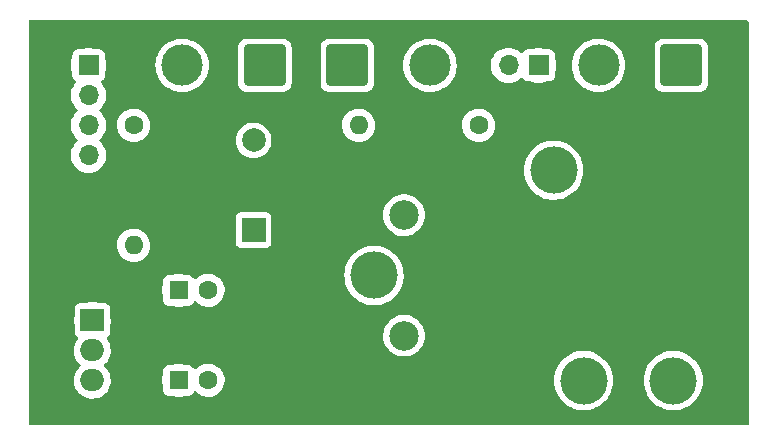
<source format=gbr>
%TF.GenerationSoftware,KiCad,Pcbnew,7.0.10-7.0.10~ubuntu22.04.1*%
%TF.CreationDate,2024-04-02T17:14:39-04:00*%
%TF.ProjectId,ground-test-controller,67726f75-6e64-42d7-9465-73742d636f6e,rev?*%
%TF.SameCoordinates,Original*%
%TF.FileFunction,Copper,L1,Top*%
%TF.FilePolarity,Positive*%
%FSLAX46Y46*%
G04 Gerber Fmt 4.6, Leading zero omitted, Abs format (unit mm)*
G04 Created by KiCad (PCBNEW 7.0.10-7.0.10~ubuntu22.04.1) date 2024-04-02 17:14:39*
%MOMM*%
%LPD*%
G01*
G04 APERTURE LIST*
G04 Aperture macros list*
%AMRoundRect*
0 Rectangle with rounded corners*
0 $1 Rounding radius*
0 $2 $3 $4 $5 $6 $7 $8 $9 X,Y pos of 4 corners*
0 Add a 4 corners polygon primitive as box body*
4,1,4,$2,$3,$4,$5,$6,$7,$8,$9,$2,$3,0*
0 Add four circle primitives for the rounded corners*
1,1,$1+$1,$2,$3*
1,1,$1+$1,$4,$5*
1,1,$1+$1,$6,$7*
1,1,$1+$1,$8,$9*
0 Add four rect primitives between the rounded corners*
20,1,$1+$1,$2,$3,$4,$5,0*
20,1,$1+$1,$4,$5,$6,$7,0*
20,1,$1+$1,$6,$7,$8,$9,0*
20,1,$1+$1,$8,$9,$2,$3,0*%
G04 Aperture macros list end*
%TA.AperFunction,ComponentPad*%
%ADD10C,4.000000*%
%TD*%
%TA.AperFunction,ComponentPad*%
%ADD11C,2.500000*%
%TD*%
%TA.AperFunction,ComponentPad*%
%ADD12C,1.600000*%
%TD*%
%TA.AperFunction,ComponentPad*%
%ADD13R,1.600000X1.600000*%
%TD*%
%TA.AperFunction,ComponentPad*%
%ADD14O,2.000000X1.905000*%
%TD*%
%TA.AperFunction,ComponentPad*%
%ADD15R,2.000000X1.905000*%
%TD*%
%TA.AperFunction,ComponentPad*%
%ADD16O,1.600000X1.600000*%
%TD*%
%TA.AperFunction,ComponentPad*%
%ADD17O,1.700000X1.700000*%
%TD*%
%TA.AperFunction,ComponentPad*%
%ADD18R,1.700000X1.700000*%
%TD*%
%TA.AperFunction,ComponentPad*%
%ADD19C,3.500000*%
%TD*%
%TA.AperFunction,ComponentPad*%
%ADD20RoundRect,0.250002X-1.499998X-1.499998X1.499998X-1.499998X1.499998X1.499998X-1.499998X1.499998X0*%
%TD*%
%TA.AperFunction,ComponentPad*%
%ADD21C,2.000000*%
%TD*%
%TA.AperFunction,ComponentPad*%
%ADD22R,2.000000X2.000000*%
%TD*%
%TA.AperFunction,ComponentPad*%
%ADD23RoundRect,0.250002X1.499998X1.499998X-1.499998X1.499998X-1.499998X-1.499998X1.499998X-1.499998X0*%
%TD*%
G04 APERTURE END LIST*
D10*
%TO.P,K1,6*%
%TO.N,/VSW*%
X73660000Y-55900000D03*
%TO.P,K1,5*%
%TO.N,/TEST*%
X81260000Y-55900000D03*
%TO.P,K1,4*%
%TO.N,/OUT*%
X71120000Y-38100000D03*
%TO.P,K1,3*%
%TO.N,Net-(K1-Pad3)*%
X55920000Y-47000000D03*
D11*
%TO.P,K1,2*%
%TO.N,/COIL*%
X58460000Y-41900000D03*
%TO.P,K1,1*%
%TO.N,GND*%
X58460000Y-52100000D03*
%TD*%
D12*
%TO.P,C1,2*%
%TO.N,GND*%
X41870000Y-48260000D03*
D13*
%TO.P,C1,1*%
%TO.N,/VSW*%
X39370000Y-48260000D03*
%TD*%
D14*
%TO.P,U1,3,VO*%
%TO.N,+5V*%
X32075000Y-55880000D03*
%TO.P,U1,2,GND*%
%TO.N,GND*%
X32075000Y-53340000D03*
D15*
%TO.P,U1,1,VI*%
%TO.N,/VSW*%
X32075000Y-50800000D03*
%TD*%
D16*
%TO.P,R1,2*%
%TO.N,GND*%
X35560000Y-44450000D03*
D12*
%TO.P,R1,1*%
%TO.N,/ALED*%
X35560000Y-34290000D03*
%TD*%
D17*
%TO.P,SW2,4,A*%
%TO.N,+5V*%
X31750000Y-36830000D03*
%TO.P,SW2,3,K*%
%TO.N,/ALED*%
X31750000Y-34290000D03*
%TO.P,SW2,2,2*%
%TO.N,+5V*%
X31750000Y-31750000D03*
D18*
%TO.P,SW2,1,1*%
%TO.N,/COIL*%
X31750000Y-29210000D03*
%TD*%
D16*
%TO.P,R2,2*%
%TO.N,+BATT*%
X54610000Y-34290000D03*
D12*
%TO.P,R2,1*%
%TO.N,/TLED*%
X64770000Y-34290000D03*
%TD*%
D19*
%TO.P,BT1,2,-*%
%TO.N,GND*%
X60650000Y-29210000D03*
D20*
%TO.P,BT1,1,+*%
%TO.N,+BATT*%
X53650000Y-29210000D03*
%TD*%
D21*
%TO.P,BZ1,2,+*%
%TO.N,GND*%
X45720000Y-35570000D03*
D22*
%TO.P,BZ1,1,-*%
%TO.N,/VSW*%
X45720000Y-43170000D03*
%TD*%
D19*
%TO.P,LA1,2,+*%
%TO.N,/OUT*%
X74930000Y-29210000D03*
D23*
%TO.P,LA1,1,-*%
%TO.N,GND*%
X81930000Y-29210000D03*
%TD*%
D19*
%TO.P,SW1,2,B*%
%TO.N,/VSW*%
X39680000Y-29210000D03*
D23*
%TO.P,SW1,1,A*%
%TO.N,+BATT*%
X46680000Y-29210000D03*
%TD*%
D12*
%TO.P,C2,2*%
%TO.N,GND*%
X41870000Y-55880000D03*
D13*
%TO.P,C2,1*%
%TO.N,+5V*%
X39370000Y-55880000D03*
%TD*%
D17*
%TO.P,D1,2,A*%
%TO.N,/TLED*%
X67310000Y-29210000D03*
D18*
%TO.P,D1,1,K*%
%TO.N,/TEST*%
X69850000Y-29210000D03*
%TD*%
%TA.AperFunction,NonConductor*%
G36*
X87571621Y-25420502D02*
G01*
X87618114Y-25474158D01*
X87629500Y-25526500D01*
X87629500Y-59563500D01*
X87609498Y-59631621D01*
X87555842Y-59678114D01*
X87503500Y-59689500D01*
X26796500Y-59689500D01*
X26728379Y-59669498D01*
X26681886Y-59615842D01*
X26670500Y-59563500D01*
X26670500Y-55942640D01*
X30520718Y-55942640D01*
X30550893Y-56191150D01*
X30550893Y-56191152D01*
X30620538Y-56431597D01*
X30620542Y-56431608D01*
X30727857Y-56657769D01*
X30727858Y-56657771D01*
X30727859Y-56657772D01*
X30835765Y-56814101D01*
X30870069Y-56863798D01*
X30870072Y-56863802D01*
X31042447Y-57043261D01*
X31043484Y-57044341D01*
X31243615Y-57194730D01*
X31243620Y-57194732D01*
X31243622Y-57194734D01*
X31465276Y-57311068D01*
X31465279Y-57311069D01*
X31702734Y-57390343D01*
X31949831Y-57430500D01*
X31949835Y-57430500D01*
X32137490Y-57430500D01*
X32137490Y-57430499D01*
X32324527Y-57415400D01*
X32567591Y-57355490D01*
X32797897Y-57257366D01*
X33009481Y-57123568D01*
X33196862Y-56957563D01*
X33355188Y-56763650D01*
X33480357Y-56546850D01*
X33488613Y-56525080D01*
X33569126Y-56312786D01*
X33569126Y-56312784D01*
X33569128Y-56312780D01*
X33619202Y-56067500D01*
X33629162Y-55820353D01*
X37965701Y-55820353D01*
X37975819Y-56058532D01*
X38026046Y-56291580D01*
X38052414Y-56357199D01*
X38061500Y-56404179D01*
X38061500Y-56728649D01*
X38068009Y-56789196D01*
X38068011Y-56789204D01*
X38119110Y-56926202D01*
X38119112Y-56926207D01*
X38206738Y-57043261D01*
X38323792Y-57130887D01*
X38323794Y-57130888D01*
X38323796Y-57130889D01*
X38382875Y-57152924D01*
X38460795Y-57181988D01*
X38460803Y-57181990D01*
X38521350Y-57188499D01*
X38521355Y-57188499D01*
X38521362Y-57188500D01*
X38847867Y-57188500D01*
X38889841Y-57195696D01*
X39015829Y-57240211D01*
X39250800Y-57280500D01*
X39250804Y-57280500D01*
X39429487Y-57280500D01*
X39429497Y-57280500D01*
X39607541Y-57265346D01*
X39838249Y-57205275D01*
X39850618Y-57199683D01*
X39902515Y-57188500D01*
X40218632Y-57188500D01*
X40218638Y-57188500D01*
X40218645Y-57188499D01*
X40218649Y-57188499D01*
X40279196Y-57181990D01*
X40279199Y-57181989D01*
X40279201Y-57181989D01*
X40416204Y-57130889D01*
X40442936Y-57110878D01*
X40533261Y-57043261D01*
X40620887Y-56926207D01*
X40620888Y-56926205D01*
X40620887Y-56926205D01*
X40620889Y-56926204D01*
X40637877Y-56880655D01*
X40680422Y-56823822D01*
X40746942Y-56799010D01*
X40816316Y-56814101D01*
X40850514Y-56841442D01*
X40897436Y-56894755D01*
X41082920Y-57044523D01*
X41291046Y-57160790D01*
X41351042Y-57181988D01*
X41515821Y-57240209D01*
X41515825Y-57240209D01*
X41515829Y-57240211D01*
X41750800Y-57280500D01*
X41750804Y-57280500D01*
X41929487Y-57280500D01*
X41929497Y-57280500D01*
X42107541Y-57265346D01*
X42338249Y-57205275D01*
X42555486Y-57107077D01*
X42753003Y-56973579D01*
X42925118Y-56808621D01*
X43066879Y-56616947D01*
X43174207Y-56404074D01*
X43244016Y-56176123D01*
X43244016Y-56176118D01*
X43244018Y-56176112D01*
X43274298Y-55939654D01*
X43274298Y-55939646D01*
X43272614Y-55900006D01*
X71146540Y-55900006D01*
X71166357Y-56215007D01*
X71166359Y-56215024D01*
X71225504Y-56525067D01*
X71225507Y-56525080D01*
X71323039Y-56825254D01*
X71323044Y-56825267D01*
X71399849Y-56988487D01*
X71457438Y-57110869D01*
X71457440Y-57110872D01*
X71457443Y-57110878D01*
X71626562Y-57377368D01*
X71827763Y-57620578D01*
X71827766Y-57620580D01*
X71827767Y-57620582D01*
X72057860Y-57836654D01*
X72313221Y-58022184D01*
X72589821Y-58174247D01*
X72883298Y-58290443D01*
X73189025Y-58368940D01*
X73189033Y-58368941D01*
X73189032Y-58368941D01*
X73353129Y-58389670D01*
X73502179Y-58408500D01*
X73502183Y-58408500D01*
X73817817Y-58408500D01*
X73817821Y-58408500D01*
X74130975Y-58368940D01*
X74436702Y-58290443D01*
X74730179Y-58174247D01*
X75006779Y-58022184D01*
X75262140Y-57836654D01*
X75492233Y-57620582D01*
X75693432Y-57377375D01*
X75693434Y-57377370D01*
X75693437Y-57377368D01*
X75854505Y-57123565D01*
X75862562Y-57110869D01*
X75996956Y-56825266D01*
X76094495Y-56525072D01*
X76153641Y-56215020D01*
X76163486Y-56058532D01*
X76173460Y-55900006D01*
X78746540Y-55900006D01*
X78766357Y-56215007D01*
X78766359Y-56215024D01*
X78825504Y-56525067D01*
X78825507Y-56525080D01*
X78923039Y-56825254D01*
X78923044Y-56825267D01*
X78999849Y-56988487D01*
X79057438Y-57110869D01*
X79057440Y-57110872D01*
X79057443Y-57110878D01*
X79226562Y-57377368D01*
X79427763Y-57620578D01*
X79427766Y-57620580D01*
X79427767Y-57620582D01*
X79657860Y-57836654D01*
X79913221Y-58022184D01*
X80189821Y-58174247D01*
X80483298Y-58290443D01*
X80789025Y-58368940D01*
X80789033Y-58368941D01*
X80789032Y-58368941D01*
X80953129Y-58389670D01*
X81102179Y-58408500D01*
X81102183Y-58408500D01*
X81417817Y-58408500D01*
X81417821Y-58408500D01*
X81730975Y-58368940D01*
X82036702Y-58290443D01*
X82330179Y-58174247D01*
X82606779Y-58022184D01*
X82862140Y-57836654D01*
X83092233Y-57620582D01*
X83293432Y-57377375D01*
X83293434Y-57377370D01*
X83293437Y-57377368D01*
X83454505Y-57123565D01*
X83462562Y-57110869D01*
X83596956Y-56825266D01*
X83694495Y-56525072D01*
X83753641Y-56215020D01*
X83763486Y-56058532D01*
X83773460Y-55900006D01*
X83773460Y-55899993D01*
X83753642Y-55584992D01*
X83753640Y-55584975D01*
X83750563Y-55568847D01*
X83694495Y-55274928D01*
X83638382Y-55102230D01*
X83596960Y-54974745D01*
X83596955Y-54974732D01*
X83595102Y-54970795D01*
X83462562Y-54689131D01*
X83439584Y-54652923D01*
X83293437Y-54422631D01*
X83092236Y-54179421D01*
X83026583Y-54117769D01*
X82862140Y-53963346D01*
X82763401Y-53891608D01*
X82606781Y-53777817D01*
X82376379Y-53651152D01*
X82330179Y-53625753D01*
X82036702Y-53509557D01*
X81730975Y-53431060D01*
X81730970Y-53431059D01*
X81730965Y-53431058D01*
X81730967Y-53431058D01*
X81417835Y-53391501D01*
X81417824Y-53391500D01*
X81417821Y-53391500D01*
X81102179Y-53391500D01*
X81102176Y-53391500D01*
X81102164Y-53391501D01*
X80789033Y-53431058D01*
X80483301Y-53509556D01*
X80483299Y-53509556D01*
X80483298Y-53509557D01*
X80189821Y-53625753D01*
X79913218Y-53777817D01*
X79657861Y-53963345D01*
X79657860Y-53963345D01*
X79427763Y-54179421D01*
X79226562Y-54422631D01*
X79057443Y-54689121D01*
X79057436Y-54689135D01*
X78923044Y-54974732D01*
X78923039Y-54974745D01*
X78825507Y-55274919D01*
X78825504Y-55274932D01*
X78766359Y-55584975D01*
X78766357Y-55584992D01*
X78746540Y-55899993D01*
X78746540Y-55900006D01*
X76173460Y-55900006D01*
X76173460Y-55899993D01*
X76153642Y-55584992D01*
X76153640Y-55584975D01*
X76150563Y-55568847D01*
X76094495Y-55274928D01*
X76038382Y-55102230D01*
X75996960Y-54974745D01*
X75996955Y-54974732D01*
X75995102Y-54970795D01*
X75862562Y-54689131D01*
X75839584Y-54652923D01*
X75693437Y-54422631D01*
X75492236Y-54179421D01*
X75426583Y-54117769D01*
X75262140Y-53963346D01*
X75163401Y-53891608D01*
X75006781Y-53777817D01*
X74776379Y-53651152D01*
X74730179Y-53625753D01*
X74436702Y-53509557D01*
X74130975Y-53431060D01*
X74130970Y-53431059D01*
X74130965Y-53431058D01*
X74130967Y-53431058D01*
X73817835Y-53391501D01*
X73817824Y-53391500D01*
X73817821Y-53391500D01*
X73502179Y-53391500D01*
X73502176Y-53391500D01*
X73502164Y-53391501D01*
X73189033Y-53431058D01*
X72883301Y-53509556D01*
X72883299Y-53509556D01*
X72883298Y-53509557D01*
X72589821Y-53625753D01*
X72313218Y-53777817D01*
X72057861Y-53963345D01*
X72057860Y-53963345D01*
X71827763Y-54179421D01*
X71626562Y-54422631D01*
X71457443Y-54689121D01*
X71457436Y-54689135D01*
X71323044Y-54974732D01*
X71323039Y-54974745D01*
X71225507Y-55274919D01*
X71225504Y-55274932D01*
X71166359Y-55584975D01*
X71166357Y-55584992D01*
X71146540Y-55899993D01*
X71146540Y-55900006D01*
X43272614Y-55900006D01*
X43264180Y-55701467D01*
X43213953Y-55468416D01*
X43174383Y-55369944D01*
X43125064Y-55247210D01*
X43000069Y-55044205D01*
X42842564Y-54865245D01*
X42657080Y-54715477D01*
X42448954Y-54599210D01*
X42448953Y-54599209D01*
X42448952Y-54599209D01*
X42224178Y-54519790D01*
X42171075Y-54510685D01*
X41989200Y-54479500D01*
X41810503Y-54479500D01*
X41810490Y-54479500D01*
X41632463Y-54494653D01*
X41632461Y-54494653D01*
X41632459Y-54494654D01*
X41470024Y-54536948D01*
X41401754Y-54554724D01*
X41401752Y-54554724D01*
X41401751Y-54554725D01*
X41350237Y-54578011D01*
X41184515Y-54652922D01*
X41184513Y-54652923D01*
X40986998Y-54786420D01*
X40986997Y-54786421D01*
X40842578Y-54924834D01*
X40779557Y-54957528D01*
X40708865Y-54950961D01*
X40652945Y-54907217D01*
X40637340Y-54877903D01*
X40620889Y-54833796D01*
X40620887Y-54833793D01*
X40620887Y-54833792D01*
X40533261Y-54716738D01*
X40416207Y-54629112D01*
X40416202Y-54629110D01*
X40279204Y-54578011D01*
X40279196Y-54578009D01*
X40218649Y-54571500D01*
X40218638Y-54571500D01*
X39892133Y-54571500D01*
X39850158Y-54564303D01*
X39804951Y-54548330D01*
X39724172Y-54519789D01*
X39677047Y-54511709D01*
X39489200Y-54479500D01*
X39310503Y-54479500D01*
X39310490Y-54479500D01*
X39132463Y-54494653D01*
X39132461Y-54494653D01*
X39132459Y-54494654D01*
X39041641Y-54518301D01*
X38901752Y-54554724D01*
X38893121Y-54558625D01*
X38889381Y-54560316D01*
X38837485Y-54571500D01*
X38521350Y-54571500D01*
X38460803Y-54578009D01*
X38460795Y-54578011D01*
X38323797Y-54629110D01*
X38323792Y-54629112D01*
X38206738Y-54716738D01*
X38119112Y-54833792D01*
X38119110Y-54833797D01*
X38068011Y-54970795D01*
X38068009Y-54970803D01*
X38061500Y-55031350D01*
X38061500Y-55351082D01*
X38055977Y-55387977D01*
X37995983Y-55583878D01*
X37995981Y-55583887D01*
X37965701Y-55820345D01*
X37965701Y-55820353D01*
X33629162Y-55820353D01*
X33629282Y-55817365D01*
X33599107Y-55568851D01*
X33570016Y-55468416D01*
X33529461Y-55328402D01*
X33529457Y-55328391D01*
X33422142Y-55102230D01*
X33422141Y-55102228D01*
X33279932Y-54896203D01*
X33279929Y-54896200D01*
X33279927Y-54896197D01*
X33106515Y-54715658D01*
X33106514Y-54715657D01*
X33096710Y-54708290D01*
X33054269Y-54651375D01*
X33049336Y-54580550D01*
X33083476Y-54518301D01*
X33088823Y-54513276D01*
X33196862Y-54417563D01*
X33355188Y-54223650D01*
X33480357Y-54006850D01*
X33536619Y-53858500D01*
X33569126Y-53772786D01*
X33569126Y-53772784D01*
X33569128Y-53772780D01*
X33619202Y-53527500D01*
X33629282Y-53277365D01*
X33599107Y-53028851D01*
X33599106Y-53028847D01*
X33529461Y-52788402D01*
X33529457Y-52788391D01*
X33422142Y-52562230D01*
X33422141Y-52562228D01*
X33293322Y-52375602D01*
X33271087Y-52308180D01*
X33288834Y-52239437D01*
X33321510Y-52203160D01*
X33438261Y-52115761D01*
X33450060Y-52100000D01*
X56696569Y-52100000D01*
X56716265Y-52362826D01*
X56721408Y-52385357D01*
X56774911Y-52619775D01*
X56871202Y-52865120D01*
X56871205Y-52865128D01*
X57002982Y-53093372D01*
X57002984Y-53093375D01*
X57002985Y-53093376D01*
X57167314Y-53299438D01*
X57360519Y-53478706D01*
X57360525Y-53478710D01*
X57578275Y-53627170D01*
X57578279Y-53627172D01*
X57578285Y-53627176D01*
X57815746Y-53741532D01*
X57815749Y-53741532D01*
X57815754Y-53741535D01*
X58067589Y-53819215D01*
X58067591Y-53819215D01*
X58067600Y-53819218D01*
X58328219Y-53858500D01*
X58328223Y-53858500D01*
X58591777Y-53858500D01*
X58591781Y-53858500D01*
X58852400Y-53819218D01*
X58986620Y-53777817D01*
X59104245Y-53741535D01*
X59104247Y-53741534D01*
X59104254Y-53741532D01*
X59341716Y-53627176D01*
X59559481Y-53478706D01*
X59752686Y-53299438D01*
X59917015Y-53093376D01*
X60048796Y-52865124D01*
X60145087Y-52619780D01*
X60203735Y-52362826D01*
X60223431Y-52100000D01*
X60203735Y-51837174D01*
X60145087Y-51580220D01*
X60048796Y-51334876D01*
X60048795Y-51334875D01*
X60048794Y-51334871D01*
X59917017Y-51106627D01*
X59917015Y-51106624D01*
X59752686Y-50900562D01*
X59559481Y-50721294D01*
X59559474Y-50721289D01*
X59341725Y-50572829D01*
X59341718Y-50572825D01*
X59104257Y-50458469D01*
X59104245Y-50458464D01*
X58852410Y-50380784D01*
X58852402Y-50380782D01*
X58852400Y-50380782D01*
X58591781Y-50341500D01*
X58328219Y-50341500D01*
X58067600Y-50380782D01*
X58067598Y-50380782D01*
X58067589Y-50380784D01*
X57815754Y-50458464D01*
X57815742Y-50458469D01*
X57578283Y-50572825D01*
X57578275Y-50572829D01*
X57360525Y-50721289D01*
X57360520Y-50721293D01*
X57167315Y-50900561D01*
X57002982Y-51106627D01*
X56871205Y-51334871D01*
X56871202Y-51334879D01*
X56774911Y-51580224D01*
X56724491Y-51801132D01*
X56716265Y-51837174D01*
X56696569Y-52100000D01*
X33450060Y-52100000D01*
X33525887Y-51998707D01*
X33525887Y-51998706D01*
X33525889Y-51998704D01*
X33576989Y-51861701D01*
X33579627Y-51837169D01*
X33583499Y-51801149D01*
X33583500Y-51801132D01*
X33583500Y-51175111D01*
X33586046Y-51149908D01*
X33619202Y-50987500D01*
X33629282Y-50737365D01*
X33599107Y-50488851D01*
X33588474Y-50452139D01*
X33583500Y-50417086D01*
X33583500Y-49798867D01*
X33583499Y-49798850D01*
X33576990Y-49738303D01*
X33576988Y-49738295D01*
X33532944Y-49620211D01*
X33525889Y-49601296D01*
X33525888Y-49601294D01*
X33525887Y-49601292D01*
X33438261Y-49484238D01*
X33321207Y-49396612D01*
X33321202Y-49396610D01*
X33184204Y-49345511D01*
X33184196Y-49345509D01*
X33123649Y-49339000D01*
X33123638Y-49339000D01*
X32615545Y-49339000D01*
X32575645Y-49332516D01*
X32447264Y-49289656D01*
X32200178Y-49249501D01*
X32200172Y-49249500D01*
X32200169Y-49249500D01*
X32012519Y-49249500D01*
X32012508Y-49249500D01*
X31825477Y-49264599D01*
X31582404Y-49324511D01*
X31573771Y-49328190D01*
X31572064Y-49328917D01*
X31522676Y-49339000D01*
X31026350Y-49339000D01*
X30965803Y-49345509D01*
X30965795Y-49345511D01*
X30828797Y-49396610D01*
X30828792Y-49396612D01*
X30711738Y-49484238D01*
X30624112Y-49601292D01*
X30624110Y-49601297D01*
X30573011Y-49738295D01*
X30573009Y-49738303D01*
X30566500Y-49798850D01*
X30566500Y-50424887D01*
X30563954Y-50450090D01*
X30530798Y-50612500D01*
X30520718Y-50862633D01*
X30520718Y-50862640D01*
X30550893Y-51111149D01*
X30561525Y-51147854D01*
X30566500Y-51182910D01*
X30566500Y-51801149D01*
X30573009Y-51861696D01*
X30573011Y-51861704D01*
X30624110Y-51998702D01*
X30624112Y-51998707D01*
X30711738Y-52115761D01*
X30830683Y-52204802D01*
X30873230Y-52261638D01*
X30878294Y-52332453D01*
X30852775Y-52385357D01*
X30794815Y-52456346D01*
X30794810Y-52456353D01*
X30669643Y-52673149D01*
X30669638Y-52673159D01*
X30580873Y-52907213D01*
X30530798Y-53152500D01*
X30520718Y-53402633D01*
X30520718Y-53402640D01*
X30550893Y-53651150D01*
X30550893Y-53651152D01*
X30620538Y-53891597D01*
X30620542Y-53891608D01*
X30727857Y-54117769D01*
X30727858Y-54117771D01*
X30727859Y-54117772D01*
X30800941Y-54223650D01*
X30870069Y-54323798D01*
X30870072Y-54323802D01*
X31043484Y-54504341D01*
X31043491Y-54504346D01*
X31053288Y-54511709D01*
X31095730Y-54568623D01*
X31100664Y-54639448D01*
X31066524Y-54701697D01*
X31061147Y-54706749D01*
X30953137Y-54802437D01*
X30953134Y-54802441D01*
X30794816Y-54996345D01*
X30794810Y-54996353D01*
X30669643Y-55213149D01*
X30669638Y-55213159D01*
X30580873Y-55447213D01*
X30530798Y-55692500D01*
X30520718Y-55942633D01*
X30520718Y-55942640D01*
X26670500Y-55942640D01*
X26670500Y-48200353D01*
X37965701Y-48200353D01*
X37975819Y-48438532D01*
X38026046Y-48671580D01*
X38052414Y-48737199D01*
X38061500Y-48784179D01*
X38061500Y-49108649D01*
X38068009Y-49169196D01*
X38068011Y-49169204D01*
X38119110Y-49306202D01*
X38119112Y-49306207D01*
X38206738Y-49423261D01*
X38323792Y-49510887D01*
X38323794Y-49510888D01*
X38323796Y-49510889D01*
X38382875Y-49532924D01*
X38460795Y-49561988D01*
X38460803Y-49561990D01*
X38521350Y-49568499D01*
X38521355Y-49568499D01*
X38521362Y-49568500D01*
X38847867Y-49568500D01*
X38889841Y-49575696D01*
X39015829Y-49620211D01*
X39250800Y-49660500D01*
X39250804Y-49660500D01*
X39429487Y-49660500D01*
X39429497Y-49660500D01*
X39607541Y-49645346D01*
X39838249Y-49585275D01*
X39850618Y-49579683D01*
X39902515Y-49568500D01*
X40218632Y-49568500D01*
X40218638Y-49568500D01*
X40218645Y-49568499D01*
X40218649Y-49568499D01*
X40279196Y-49561990D01*
X40279199Y-49561989D01*
X40279201Y-49561989D01*
X40416204Y-49510889D01*
X40419396Y-49508500D01*
X40533261Y-49423261D01*
X40620887Y-49306207D01*
X40620888Y-49306205D01*
X40620887Y-49306205D01*
X40620889Y-49306204D01*
X40637877Y-49260655D01*
X40680422Y-49203822D01*
X40746942Y-49179010D01*
X40816316Y-49194101D01*
X40850514Y-49221442D01*
X40897436Y-49274755D01*
X41082920Y-49424523D01*
X41291046Y-49540790D01*
X41351042Y-49561988D01*
X41515821Y-49620209D01*
X41515825Y-49620209D01*
X41515829Y-49620211D01*
X41750800Y-49660500D01*
X41750804Y-49660500D01*
X41929487Y-49660500D01*
X41929497Y-49660500D01*
X42107541Y-49645346D01*
X42338249Y-49585275D01*
X42555486Y-49487077D01*
X42753003Y-49353579D01*
X42925118Y-49188621D01*
X43066879Y-48996947D01*
X43174207Y-48784074D01*
X43244016Y-48556123D01*
X43244016Y-48556118D01*
X43244018Y-48556112D01*
X43274298Y-48319654D01*
X43274298Y-48319646D01*
X43264180Y-48081467D01*
X43213953Y-47848416D01*
X43174383Y-47749944D01*
X43125064Y-47627210D01*
X43000069Y-47424205D01*
X42842564Y-47245245D01*
X42657080Y-47095477D01*
X42486180Y-47000006D01*
X53406540Y-47000006D01*
X53426357Y-47315007D01*
X53426359Y-47315024D01*
X53485504Y-47625067D01*
X53485507Y-47625080D01*
X53583039Y-47925254D01*
X53583044Y-47925267D01*
X53656546Y-48081467D01*
X53717438Y-48210869D01*
X53717440Y-48210872D01*
X53717443Y-48210878D01*
X53886562Y-48477368D01*
X54087763Y-48720578D01*
X54087766Y-48720580D01*
X54087767Y-48720582D01*
X54129541Y-48759810D01*
X54317860Y-48936654D01*
X54554591Y-49108649D01*
X54573221Y-49122184D01*
X54849821Y-49274247D01*
X55143298Y-49390443D01*
X55449025Y-49468940D01*
X55449033Y-49468941D01*
X55449032Y-49468941D01*
X55592588Y-49487076D01*
X55762179Y-49508500D01*
X55762183Y-49508500D01*
X56077817Y-49508500D01*
X56077821Y-49508500D01*
X56390975Y-49468940D01*
X56696702Y-49390443D01*
X56990179Y-49274247D01*
X57266779Y-49122184D01*
X57522140Y-48936654D01*
X57752233Y-48720582D01*
X57953432Y-48477375D01*
X57953434Y-48477370D01*
X57953437Y-48477368D01*
X58122556Y-48210878D01*
X58122562Y-48210869D01*
X58256956Y-47925266D01*
X58354495Y-47625072D01*
X58413641Y-47315020D01*
X58418031Y-47245245D01*
X58433460Y-47000006D01*
X58433460Y-46999993D01*
X58413642Y-46684992D01*
X58413640Y-46684975D01*
X58354495Y-46374928D01*
X58256956Y-46074734D01*
X58122562Y-45789131D01*
X58085538Y-45730790D01*
X57953437Y-45522631D01*
X57752236Y-45279421D01*
X57653761Y-45186947D01*
X57522140Y-45063346D01*
X57399269Y-44974075D01*
X57266781Y-44877817D01*
X57224385Y-44854509D01*
X56990179Y-44725753D01*
X56696702Y-44609557D01*
X56390975Y-44531060D01*
X56390970Y-44531059D01*
X56390965Y-44531058D01*
X56390967Y-44531058D01*
X56077835Y-44491501D01*
X56077824Y-44491500D01*
X56077821Y-44491500D01*
X55762179Y-44491500D01*
X55762176Y-44491500D01*
X55762164Y-44491501D01*
X55449033Y-44531058D01*
X55143301Y-44609556D01*
X54849821Y-44725753D01*
X54573218Y-44877817D01*
X54317861Y-45063345D01*
X54317860Y-45063345D01*
X54087763Y-45279421D01*
X53886562Y-45522631D01*
X53717443Y-45789121D01*
X53717436Y-45789135D01*
X53583044Y-46074732D01*
X53583039Y-46074745D01*
X53485507Y-46374919D01*
X53485504Y-46374932D01*
X53426359Y-46684975D01*
X53426357Y-46684992D01*
X53406540Y-46999993D01*
X53406540Y-47000006D01*
X42486180Y-47000006D01*
X42448954Y-46979210D01*
X42448953Y-46979209D01*
X42448952Y-46979209D01*
X42224178Y-46899790D01*
X42171075Y-46890685D01*
X41989200Y-46859500D01*
X41810503Y-46859500D01*
X41810490Y-46859500D01*
X41632463Y-46874653D01*
X41632461Y-46874653D01*
X41632459Y-46874654D01*
X41470024Y-46916948D01*
X41401754Y-46934724D01*
X41401752Y-46934724D01*
X41401751Y-46934725D01*
X41350237Y-46958011D01*
X41184515Y-47032922D01*
X41184513Y-47032923D01*
X40986998Y-47166420D01*
X40986997Y-47166421D01*
X40842578Y-47304834D01*
X40779557Y-47337528D01*
X40708865Y-47330961D01*
X40652945Y-47287217D01*
X40637340Y-47257903D01*
X40620889Y-47213796D01*
X40620887Y-47213793D01*
X40620887Y-47213792D01*
X40533261Y-47096738D01*
X40416207Y-47009112D01*
X40416202Y-47009110D01*
X40279204Y-46958011D01*
X40279196Y-46958009D01*
X40218649Y-46951500D01*
X40218638Y-46951500D01*
X39892133Y-46951500D01*
X39850158Y-46944303D01*
X39804951Y-46928330D01*
X39724172Y-46899789D01*
X39677176Y-46891731D01*
X39489200Y-46859500D01*
X39310503Y-46859500D01*
X39310490Y-46859500D01*
X39132463Y-46874653D01*
X39132461Y-46874653D01*
X39132459Y-46874654D01*
X39037138Y-46899473D01*
X38901752Y-46934724D01*
X38893121Y-46938625D01*
X38889381Y-46940316D01*
X38837485Y-46951500D01*
X38521350Y-46951500D01*
X38460803Y-46958009D01*
X38460795Y-46958011D01*
X38323797Y-47009110D01*
X38323792Y-47009112D01*
X38206738Y-47096738D01*
X38119112Y-47213792D01*
X38119110Y-47213797D01*
X38068011Y-47350795D01*
X38068009Y-47350803D01*
X38061500Y-47411350D01*
X38061500Y-47731082D01*
X38055977Y-47767977D01*
X37995983Y-47963878D01*
X37995981Y-47963887D01*
X37965701Y-48200345D01*
X37965701Y-48200353D01*
X26670500Y-48200353D01*
X26670500Y-44390353D01*
X34155701Y-44390353D01*
X34165819Y-44628532D01*
X34216046Y-44861583D01*
X34222570Y-44877817D01*
X34304936Y-45082790D01*
X34429931Y-45285795D01*
X34587436Y-45464755D01*
X34772920Y-45614523D01*
X34981046Y-45730790D01*
X35048355Y-45754572D01*
X35205821Y-45810209D01*
X35205825Y-45810209D01*
X35205829Y-45810211D01*
X35440800Y-45850500D01*
X35440804Y-45850500D01*
X35619487Y-45850500D01*
X35619497Y-45850500D01*
X35797541Y-45835346D01*
X36028249Y-45775275D01*
X36245486Y-45677077D01*
X36443003Y-45543579D01*
X36615118Y-45378621D01*
X36756879Y-45186947D01*
X36864207Y-44974074D01*
X36934016Y-44746123D01*
X36934016Y-44746118D01*
X36934018Y-44746112D01*
X36964298Y-44509654D01*
X36964298Y-44509646D01*
X36954180Y-44271467D01*
X36942797Y-44218649D01*
X44211500Y-44218649D01*
X44218009Y-44279196D01*
X44218011Y-44279204D01*
X44269110Y-44416202D01*
X44269112Y-44416207D01*
X44356738Y-44533261D01*
X44473792Y-44620887D01*
X44473794Y-44620888D01*
X44473796Y-44620889D01*
X44532875Y-44642924D01*
X44610795Y-44671988D01*
X44610803Y-44671990D01*
X44671350Y-44678499D01*
X44671355Y-44678499D01*
X44671362Y-44678500D01*
X44671368Y-44678500D01*
X46768632Y-44678500D01*
X46768638Y-44678500D01*
X46768645Y-44678499D01*
X46768649Y-44678499D01*
X46829196Y-44671990D01*
X46829199Y-44671989D01*
X46829201Y-44671989D01*
X46966204Y-44620889D01*
X47083261Y-44533261D01*
X47170889Y-44416204D01*
X47221989Y-44279201D01*
X47222821Y-44271468D01*
X47228499Y-44218649D01*
X47228500Y-44218632D01*
X47228500Y-42121367D01*
X47228499Y-42121350D01*
X47221990Y-42060803D01*
X47221988Y-42060795D01*
X47170889Y-41923797D01*
X47170887Y-41923792D01*
X47153076Y-41900000D01*
X56696569Y-41900000D01*
X56716265Y-42162826D01*
X56716266Y-42162830D01*
X56774911Y-42419775D01*
X56871202Y-42665120D01*
X56871205Y-42665128D01*
X57002982Y-42893372D01*
X57002984Y-42893375D01*
X57002985Y-42893376D01*
X57167314Y-43099438D01*
X57360519Y-43278706D01*
X57360525Y-43278710D01*
X57578275Y-43427170D01*
X57578279Y-43427172D01*
X57578285Y-43427176D01*
X57815746Y-43541532D01*
X57815749Y-43541532D01*
X57815754Y-43541535D01*
X58067589Y-43619215D01*
X58067591Y-43619215D01*
X58067600Y-43619218D01*
X58328219Y-43658500D01*
X58328223Y-43658500D01*
X58591777Y-43658500D01*
X58591781Y-43658500D01*
X58852400Y-43619218D01*
X58868665Y-43614201D01*
X59104245Y-43541535D01*
X59104247Y-43541534D01*
X59104254Y-43541532D01*
X59341716Y-43427176D01*
X59559481Y-43278706D01*
X59752686Y-43099438D01*
X59917015Y-42893376D01*
X60048796Y-42665124D01*
X60145087Y-42419780D01*
X60203735Y-42162826D01*
X60223431Y-41900000D01*
X60203735Y-41637174D01*
X60145087Y-41380220D01*
X60048796Y-41134876D01*
X60048795Y-41134875D01*
X60048794Y-41134871D01*
X59917017Y-40906627D01*
X59917015Y-40906624D01*
X59752686Y-40700562D01*
X59559481Y-40521294D01*
X59559474Y-40521289D01*
X59341725Y-40372829D01*
X59341718Y-40372825D01*
X59104257Y-40258469D01*
X59104245Y-40258464D01*
X58852410Y-40180784D01*
X58852402Y-40180782D01*
X58852400Y-40180782D01*
X58591781Y-40141500D01*
X58328219Y-40141500D01*
X58067600Y-40180782D01*
X58067598Y-40180782D01*
X58067589Y-40180784D01*
X57815754Y-40258464D01*
X57815742Y-40258469D01*
X57578283Y-40372825D01*
X57578275Y-40372829D01*
X57360525Y-40521289D01*
X57360520Y-40521293D01*
X57167315Y-40700561D01*
X57002982Y-40906627D01*
X56871205Y-41134871D01*
X56871202Y-41134879D01*
X56774911Y-41380224D01*
X56716266Y-41637169D01*
X56716265Y-41637174D01*
X56696569Y-41900000D01*
X47153076Y-41900000D01*
X47083261Y-41806738D01*
X46966207Y-41719112D01*
X46966202Y-41719110D01*
X46829204Y-41668011D01*
X46829196Y-41668009D01*
X46768649Y-41661500D01*
X46768638Y-41661500D01*
X44671362Y-41661500D01*
X44671350Y-41661500D01*
X44610803Y-41668009D01*
X44610795Y-41668011D01*
X44473797Y-41719110D01*
X44473792Y-41719112D01*
X44356738Y-41806738D01*
X44269112Y-41923792D01*
X44269110Y-41923797D01*
X44218011Y-42060795D01*
X44218009Y-42060803D01*
X44211500Y-42121350D01*
X44211500Y-44218649D01*
X36942797Y-44218649D01*
X36903953Y-44038416D01*
X36858749Y-43925924D01*
X36815064Y-43817210D01*
X36690069Y-43614205D01*
X36532564Y-43435245D01*
X36347080Y-43285477D01*
X36138954Y-43169210D01*
X36138953Y-43169209D01*
X36138952Y-43169209D01*
X35914178Y-43089790D01*
X35861075Y-43080685D01*
X35679200Y-43049500D01*
X35500503Y-43049500D01*
X35500490Y-43049500D01*
X35322463Y-43064653D01*
X35322461Y-43064653D01*
X35322459Y-43064654D01*
X35188868Y-43099438D01*
X35091754Y-43124724D01*
X35091752Y-43124724D01*
X35091751Y-43124725D01*
X35006187Y-43163402D01*
X34874515Y-43222922D01*
X34874513Y-43222923D01*
X34676998Y-43356420D01*
X34676997Y-43356421D01*
X34504879Y-43521381D01*
X34363119Y-43713054D01*
X34255794Y-43925924D01*
X34255789Y-43925936D01*
X34185983Y-44153878D01*
X34185981Y-44153887D01*
X34155701Y-44390345D01*
X34155701Y-44390353D01*
X26670500Y-44390353D01*
X26670500Y-36954335D01*
X30249500Y-36954335D01*
X30283647Y-37158975D01*
X30290428Y-37199609D01*
X30290430Y-37199618D01*
X30371170Y-37434807D01*
X30371171Y-37434809D01*
X30392885Y-37474932D01*
X30489526Y-37653509D01*
X30591863Y-37784992D01*
X30642267Y-37849750D01*
X30825214Y-38018164D01*
X31033393Y-38154173D01*
X31033392Y-38154173D01*
X31179411Y-38218222D01*
X31261119Y-38254063D01*
X31261120Y-38254063D01*
X31261122Y-38254064D01*
X31502171Y-38315106D01*
X31502179Y-38315108D01*
X31687933Y-38330500D01*
X31687939Y-38330500D01*
X31812061Y-38330500D01*
X31812067Y-38330500D01*
X31997821Y-38315108D01*
X32238881Y-38254063D01*
X32466607Y-38154173D01*
X32549516Y-38100006D01*
X68606540Y-38100006D01*
X68626357Y-38415007D01*
X68626359Y-38415024D01*
X68685504Y-38725067D01*
X68685507Y-38725080D01*
X68783039Y-39025254D01*
X68783044Y-39025266D01*
X68917438Y-39310869D01*
X68917440Y-39310872D01*
X68917443Y-39310878D01*
X69086562Y-39577368D01*
X69287763Y-39820578D01*
X69517860Y-40036654D01*
X69716238Y-40180784D01*
X69773221Y-40222184D01*
X70049821Y-40374247D01*
X70343298Y-40490443D01*
X70649025Y-40568940D01*
X70649033Y-40568941D01*
X70649032Y-40568941D01*
X70813129Y-40589670D01*
X70962179Y-40608500D01*
X70962183Y-40608500D01*
X71277817Y-40608500D01*
X71277821Y-40608500D01*
X71590975Y-40568940D01*
X71896702Y-40490443D01*
X72190179Y-40374247D01*
X72466779Y-40222184D01*
X72722140Y-40036654D01*
X72952233Y-39820582D01*
X73153432Y-39577375D01*
X73153434Y-39577370D01*
X73153437Y-39577368D01*
X73322556Y-39310878D01*
X73322562Y-39310869D01*
X73456956Y-39025266D01*
X73554495Y-38725072D01*
X73613641Y-38415020D01*
X73613642Y-38415007D01*
X73633460Y-38100006D01*
X73633460Y-38099993D01*
X73613642Y-37784992D01*
X73613640Y-37784975D01*
X73588561Y-37653508D01*
X73554495Y-37474928D01*
X73539768Y-37429605D01*
X73456960Y-37174745D01*
X73456955Y-37174732D01*
X73413867Y-37083165D01*
X73322562Y-36889131D01*
X73262302Y-36794176D01*
X73153437Y-36622631D01*
X72952236Y-36379421D01*
X72722139Y-36163345D01*
X72466781Y-35977817D01*
X72424385Y-35954509D01*
X72190179Y-35825753D01*
X71896702Y-35709557D01*
X71590975Y-35631060D01*
X71590970Y-35631059D01*
X71590965Y-35631058D01*
X71590967Y-35631058D01*
X71277835Y-35591501D01*
X71277824Y-35591500D01*
X71277821Y-35591500D01*
X70962179Y-35591500D01*
X70962176Y-35591500D01*
X70962164Y-35591501D01*
X70649033Y-35631058D01*
X70343301Y-35709556D01*
X70049821Y-35825753D01*
X69773218Y-35977817D01*
X69517861Y-36163345D01*
X69517860Y-36163345D01*
X69287763Y-36379421D01*
X69086562Y-36622631D01*
X68917443Y-36889121D01*
X68917436Y-36889135D01*
X68783044Y-37174732D01*
X68783039Y-37174745D01*
X68685507Y-37474919D01*
X68685504Y-37474932D01*
X68626359Y-37784975D01*
X68626357Y-37784992D01*
X68606540Y-38099993D01*
X68606540Y-38100006D01*
X32549516Y-38100006D01*
X32674785Y-38018164D01*
X32857732Y-37849750D01*
X32857733Y-37849748D01*
X32857738Y-37849744D01*
X33010474Y-37653509D01*
X33128828Y-37434810D01*
X33209571Y-37199614D01*
X33250500Y-36954335D01*
X33250500Y-36705665D01*
X33209571Y-36460386D01*
X33128828Y-36225190D01*
X33010474Y-36006491D01*
X32857738Y-35810256D01*
X32857736Y-35810254D01*
X32857732Y-35810249D01*
X32686588Y-35652701D01*
X32650017Y-35591849D01*
X32652150Y-35520884D01*
X32686588Y-35467299D01*
X32857732Y-35309750D01*
X32857733Y-35309748D01*
X32857738Y-35309744D01*
X33010474Y-35113509D01*
X33128828Y-34894810D01*
X33209571Y-34659614D01*
X33250500Y-34414335D01*
X33250500Y-34230353D01*
X34155701Y-34230353D01*
X34165819Y-34468532D01*
X34216046Y-34701583D01*
X34261245Y-34814063D01*
X34304936Y-34922790D01*
X34429931Y-35125795D01*
X34587436Y-35304755D01*
X34772920Y-35454523D01*
X34981046Y-35570790D01*
X35039661Y-35591500D01*
X35205821Y-35650209D01*
X35205825Y-35650209D01*
X35205829Y-35650211D01*
X35440800Y-35690500D01*
X35440804Y-35690500D01*
X35619487Y-35690500D01*
X35619497Y-35690500D01*
X35797541Y-35675346D01*
X36028249Y-35615275D01*
X36128408Y-35570000D01*
X44206835Y-35570000D01*
X44225465Y-35806711D01*
X44226316Y-35810256D01*
X44280894Y-36037592D01*
X44371759Y-36256961D01*
X44495825Y-36459417D01*
X44495826Y-36459419D01*
X44650030Y-36639969D01*
X44830580Y-36794173D01*
X44830584Y-36794176D01*
X45033037Y-36918240D01*
X45252406Y-37009105D01*
X45483289Y-37064535D01*
X45720000Y-37083165D01*
X45956711Y-37064535D01*
X46187594Y-37009105D01*
X46406963Y-36918240D01*
X46609416Y-36794176D01*
X46789969Y-36639969D01*
X46944176Y-36459416D01*
X47068240Y-36256963D01*
X47159105Y-36037594D01*
X47214535Y-35806711D01*
X47233165Y-35570000D01*
X47214535Y-35333289D01*
X47159105Y-35102406D01*
X47068240Y-34883037D01*
X46944176Y-34680584D01*
X46944173Y-34680580D01*
X46789969Y-34500030D01*
X46609419Y-34345826D01*
X46609417Y-34345825D01*
X46609416Y-34345824D01*
X46420985Y-34230353D01*
X53205701Y-34230353D01*
X53215819Y-34468532D01*
X53266046Y-34701583D01*
X53311245Y-34814063D01*
X53354936Y-34922790D01*
X53479931Y-35125795D01*
X53637436Y-35304755D01*
X53822920Y-35454523D01*
X54031046Y-35570790D01*
X54089661Y-35591500D01*
X54255821Y-35650209D01*
X54255825Y-35650209D01*
X54255829Y-35650211D01*
X54490800Y-35690500D01*
X54490804Y-35690500D01*
X54669487Y-35690500D01*
X54669497Y-35690500D01*
X54847541Y-35675346D01*
X55078249Y-35615275D01*
X55295486Y-35517077D01*
X55493003Y-35383579D01*
X55665118Y-35218621D01*
X55806879Y-35026947D01*
X55914207Y-34814074D01*
X55984016Y-34586123D01*
X55984016Y-34586118D01*
X55984018Y-34586112D01*
X56014298Y-34349654D01*
X56014298Y-34349646D01*
X56009230Y-34230353D01*
X63365701Y-34230353D01*
X63375819Y-34468532D01*
X63426046Y-34701583D01*
X63471245Y-34814063D01*
X63514936Y-34922790D01*
X63639931Y-35125795D01*
X63797436Y-35304755D01*
X63982920Y-35454523D01*
X64191046Y-35570790D01*
X64249661Y-35591500D01*
X64415821Y-35650209D01*
X64415825Y-35650209D01*
X64415829Y-35650211D01*
X64650800Y-35690500D01*
X64650804Y-35690500D01*
X64829487Y-35690500D01*
X64829497Y-35690500D01*
X65007541Y-35675346D01*
X65238249Y-35615275D01*
X65455486Y-35517077D01*
X65653003Y-35383579D01*
X65825118Y-35218621D01*
X65966879Y-35026947D01*
X66074207Y-34814074D01*
X66144016Y-34586123D01*
X66144016Y-34586118D01*
X66144018Y-34586112D01*
X66174298Y-34349654D01*
X66174298Y-34349646D01*
X66164180Y-34111467D01*
X66122999Y-33920390D01*
X66113954Y-33878419D01*
X66025064Y-33657210D01*
X65900069Y-33454205D01*
X65742564Y-33275245D01*
X65557080Y-33125477D01*
X65348954Y-33009210D01*
X65348953Y-33009209D01*
X65348952Y-33009209D01*
X65124178Y-32929790D01*
X65071075Y-32920685D01*
X64889200Y-32889500D01*
X64710503Y-32889500D01*
X64710490Y-32889500D01*
X64532463Y-32904653D01*
X64532461Y-32904653D01*
X64532459Y-32904654D01*
X64403761Y-32938164D01*
X64301754Y-32964724D01*
X64301752Y-32964724D01*
X64301751Y-32964725D01*
X64266004Y-32980884D01*
X64084515Y-33062922D01*
X64084513Y-33062923D01*
X63886998Y-33196420D01*
X63886997Y-33196421D01*
X63714879Y-33361381D01*
X63573119Y-33553054D01*
X63465794Y-33765924D01*
X63465789Y-33765936D01*
X63395983Y-33993878D01*
X63395981Y-33993887D01*
X63365701Y-34230345D01*
X63365701Y-34230353D01*
X56009230Y-34230353D01*
X56004180Y-34111467D01*
X55962999Y-33920390D01*
X55953954Y-33878419D01*
X55865064Y-33657210D01*
X55740069Y-33454205D01*
X55582564Y-33275245D01*
X55397080Y-33125477D01*
X55188954Y-33009210D01*
X55188953Y-33009209D01*
X55188952Y-33009209D01*
X54964178Y-32929790D01*
X54911075Y-32920685D01*
X54729200Y-32889500D01*
X54550503Y-32889500D01*
X54550490Y-32889500D01*
X54372463Y-32904653D01*
X54372461Y-32904653D01*
X54372459Y-32904654D01*
X54243761Y-32938164D01*
X54141754Y-32964724D01*
X54141752Y-32964724D01*
X54141751Y-32964725D01*
X54106004Y-32980884D01*
X53924515Y-33062922D01*
X53924513Y-33062923D01*
X53726998Y-33196420D01*
X53726997Y-33196421D01*
X53554879Y-33361381D01*
X53413119Y-33553054D01*
X53305794Y-33765924D01*
X53305789Y-33765936D01*
X53235983Y-33993878D01*
X53235981Y-33993887D01*
X53205701Y-34230345D01*
X53205701Y-34230353D01*
X46420985Y-34230353D01*
X46406963Y-34221760D01*
X46271547Y-34165669D01*
X46187592Y-34130894D01*
X46029651Y-34092976D01*
X45956711Y-34075465D01*
X45720000Y-34056835D01*
X45483289Y-34075465D01*
X45252407Y-34130894D01*
X45033038Y-34221759D01*
X44830582Y-34345825D01*
X44830580Y-34345826D01*
X44650030Y-34500030D01*
X44495826Y-34680580D01*
X44495825Y-34680582D01*
X44371759Y-34883038D01*
X44280894Y-35102407D01*
X44252995Y-35218618D01*
X44225465Y-35333289D01*
X44206835Y-35570000D01*
X36128408Y-35570000D01*
X36245486Y-35517077D01*
X36443003Y-35383579D01*
X36615118Y-35218621D01*
X36756879Y-35026947D01*
X36864207Y-34814074D01*
X36934016Y-34586123D01*
X36934016Y-34586118D01*
X36934018Y-34586112D01*
X36964298Y-34349654D01*
X36964298Y-34349646D01*
X36954180Y-34111467D01*
X36912999Y-33920390D01*
X36903954Y-33878419D01*
X36815064Y-33657210D01*
X36690069Y-33454205D01*
X36532564Y-33275245D01*
X36347080Y-33125477D01*
X36138954Y-33009210D01*
X36138953Y-33009209D01*
X36138952Y-33009209D01*
X35914178Y-32929790D01*
X35861075Y-32920685D01*
X35679200Y-32889500D01*
X35500503Y-32889500D01*
X35500490Y-32889500D01*
X35322463Y-32904653D01*
X35322461Y-32904653D01*
X35322459Y-32904654D01*
X35193761Y-32938164D01*
X35091754Y-32964724D01*
X35091752Y-32964724D01*
X35091751Y-32964725D01*
X35056004Y-32980884D01*
X34874515Y-33062922D01*
X34874513Y-33062923D01*
X34676998Y-33196420D01*
X34676997Y-33196421D01*
X34504879Y-33361381D01*
X34363119Y-33553054D01*
X34255794Y-33765924D01*
X34255789Y-33765936D01*
X34185983Y-33993878D01*
X34185981Y-33993887D01*
X34155701Y-34230345D01*
X34155701Y-34230353D01*
X33250500Y-34230353D01*
X33250500Y-34165665D01*
X33209571Y-33920386D01*
X33128828Y-33685190D01*
X33010474Y-33466491D01*
X32857738Y-33270256D01*
X32857736Y-33270254D01*
X32857732Y-33270249D01*
X32686588Y-33112701D01*
X32650017Y-33051849D01*
X32652150Y-32980884D01*
X32686588Y-32927299D01*
X32857732Y-32769750D01*
X32857733Y-32769748D01*
X32857738Y-32769744D01*
X33010474Y-32573509D01*
X33128828Y-32354810D01*
X33209571Y-32119614D01*
X33250500Y-31874335D01*
X33250500Y-31625665D01*
X33209571Y-31380386D01*
X33128828Y-31145190D01*
X33010474Y-30926491D01*
X32857738Y-30730256D01*
X32832700Y-30707207D01*
X32796130Y-30646355D01*
X32798265Y-30575390D01*
X32838427Y-30516845D01*
X32842530Y-30513639D01*
X32846207Y-30510887D01*
X32963261Y-30423261D01*
X33024337Y-30341673D01*
X33050887Y-30306207D01*
X33050887Y-30306206D01*
X33050889Y-30306204D01*
X33101989Y-30169201D01*
X33106013Y-30131778D01*
X33108499Y-30108649D01*
X33108500Y-30108632D01*
X33108500Y-29884280D01*
X33123688Y-29824307D01*
X33128827Y-29814811D01*
X33128828Y-29814810D01*
X33209571Y-29579614D01*
X33250500Y-29334335D01*
X33250500Y-29210003D01*
X37416654Y-29210003D01*
X37436016Y-29505421D01*
X37436018Y-29505435D01*
X37493776Y-29795795D01*
X37493778Y-29795805D01*
X37588938Y-30076137D01*
X37588944Y-30076151D01*
X37719883Y-30341670D01*
X37884359Y-30587827D01*
X37884361Y-30587830D01*
X37884367Y-30587838D01*
X38079573Y-30810427D01*
X38302162Y-31005633D01*
X38548327Y-31170115D01*
X38813855Y-31301059D01*
X39094203Y-31396224D01*
X39384574Y-31453983D01*
X39553388Y-31465047D01*
X39679997Y-31473346D01*
X39680000Y-31473346D01*
X39680003Y-31473346D01*
X39790784Y-31466084D01*
X39975426Y-31453983D01*
X40265797Y-31396224D01*
X40546145Y-31301059D01*
X40811673Y-31170115D01*
X41057838Y-31005633D01*
X41280427Y-30810427D01*
X41324166Y-30760552D01*
X44421499Y-30760552D01*
X44432112Y-30864424D01*
X44432113Y-30864425D01*
X44487885Y-31032737D01*
X44580970Y-31183651D01*
X44580975Y-31183657D01*
X44706342Y-31309024D01*
X44706348Y-31309029D01*
X44706349Y-31309030D01*
X44764178Y-31344699D01*
X44857262Y-31402114D01*
X44913035Y-31420594D01*
X45025575Y-31457887D01*
X45129448Y-31468500D01*
X45129456Y-31468500D01*
X48230552Y-31468500D01*
X48322882Y-31459066D01*
X48334425Y-31457887D01*
X48502737Y-31402114D01*
X48653651Y-31309030D01*
X48779030Y-31183651D01*
X48872114Y-31032737D01*
X48927887Y-30864425D01*
X48933404Y-30810426D01*
X48938500Y-30760552D01*
X51391499Y-30760552D01*
X51402112Y-30864424D01*
X51402113Y-30864425D01*
X51457885Y-31032737D01*
X51550970Y-31183651D01*
X51550975Y-31183657D01*
X51676342Y-31309024D01*
X51676348Y-31309029D01*
X51676349Y-31309030D01*
X51734178Y-31344699D01*
X51827262Y-31402114D01*
X51883035Y-31420594D01*
X51995575Y-31457887D01*
X52099448Y-31468500D01*
X52099456Y-31468500D01*
X55200552Y-31468500D01*
X55292882Y-31459066D01*
X55304425Y-31457887D01*
X55472737Y-31402114D01*
X55623651Y-31309030D01*
X55749030Y-31183651D01*
X55842114Y-31032737D01*
X55897887Y-30864425D01*
X55903404Y-30810426D01*
X55908500Y-30760552D01*
X55908500Y-29210003D01*
X58386654Y-29210003D01*
X58406016Y-29505421D01*
X58406018Y-29505435D01*
X58463776Y-29795795D01*
X58463778Y-29795805D01*
X58558938Y-30076137D01*
X58558944Y-30076151D01*
X58689883Y-30341670D01*
X58854359Y-30587827D01*
X58854361Y-30587830D01*
X58854367Y-30587838D01*
X59049573Y-30810427D01*
X59272162Y-31005633D01*
X59518327Y-31170115D01*
X59783855Y-31301059D01*
X60064203Y-31396224D01*
X60354574Y-31453983D01*
X60523388Y-31465047D01*
X60649997Y-31473346D01*
X60650000Y-31473346D01*
X60650003Y-31473346D01*
X60760784Y-31466084D01*
X60945426Y-31453983D01*
X61235797Y-31396224D01*
X61516145Y-31301059D01*
X61781673Y-31170115D01*
X62027838Y-31005633D01*
X62250427Y-30810427D01*
X62445633Y-30587838D01*
X62610115Y-30341673D01*
X62741059Y-30076145D01*
X62836224Y-29795797D01*
X62893983Y-29505426D01*
X62905197Y-29334335D01*
X65809500Y-29334335D01*
X65838051Y-29505435D01*
X65850428Y-29579609D01*
X65850430Y-29579618D01*
X65931170Y-29814807D01*
X65931171Y-29814809D01*
X65951500Y-29852372D01*
X66049526Y-30033509D01*
X66155139Y-30169201D01*
X66202267Y-30229750D01*
X66385214Y-30398164D01*
X66593393Y-30534173D01*
X66593392Y-30534173D01*
X66715737Y-30587838D01*
X66821119Y-30634063D01*
X66821120Y-30634063D01*
X66821122Y-30634064D01*
X67062171Y-30695106D01*
X67062179Y-30695108D01*
X67247933Y-30710500D01*
X67247939Y-30710500D01*
X67372061Y-30710500D01*
X67372067Y-30710500D01*
X67557821Y-30695108D01*
X67798881Y-30634063D01*
X68026607Y-30534173D01*
X68234785Y-30398164D01*
X68359009Y-30283807D01*
X68422673Y-30252387D01*
X68493219Y-30260374D01*
X68545214Y-30300999D01*
X68636740Y-30423262D01*
X68753792Y-30510887D01*
X68753794Y-30510888D01*
X68753796Y-30510889D01*
X68812875Y-30532924D01*
X68890795Y-30561988D01*
X68890803Y-30561990D01*
X68951350Y-30568499D01*
X68951355Y-30568499D01*
X68951362Y-30568500D01*
X69185232Y-30568500D01*
X69235846Y-30579113D01*
X69361119Y-30634063D01*
X69361120Y-30634063D01*
X69361122Y-30634064D01*
X69602171Y-30695106D01*
X69602179Y-30695108D01*
X69787933Y-30710500D01*
X69787939Y-30710500D01*
X69912061Y-30710500D01*
X69912067Y-30710500D01*
X70097821Y-30695108D01*
X70338881Y-30634063D01*
X70464154Y-30579113D01*
X70514768Y-30568500D01*
X70748632Y-30568500D01*
X70748638Y-30568500D01*
X70748645Y-30568499D01*
X70748649Y-30568499D01*
X70809196Y-30561990D01*
X70809199Y-30561989D01*
X70809201Y-30561989D01*
X70946204Y-30510889D01*
X71063261Y-30423261D01*
X71124337Y-30341673D01*
X71150887Y-30306207D01*
X71150887Y-30306206D01*
X71150889Y-30306204D01*
X71201989Y-30169201D01*
X71206013Y-30131778D01*
X71208499Y-30108649D01*
X71208500Y-30108632D01*
X71208500Y-29884280D01*
X71223688Y-29824307D01*
X71228827Y-29814811D01*
X71228828Y-29814810D01*
X71309571Y-29579614D01*
X71350500Y-29334335D01*
X71350500Y-29210003D01*
X72666654Y-29210003D01*
X72686016Y-29505421D01*
X72686018Y-29505435D01*
X72743776Y-29795795D01*
X72743778Y-29795805D01*
X72838938Y-30076137D01*
X72838944Y-30076151D01*
X72969883Y-30341670D01*
X73134359Y-30587827D01*
X73134361Y-30587830D01*
X73134367Y-30587838D01*
X73329573Y-30810427D01*
X73552162Y-31005633D01*
X73798327Y-31170115D01*
X74063855Y-31301059D01*
X74344203Y-31396224D01*
X74634574Y-31453983D01*
X74803388Y-31465047D01*
X74929997Y-31473346D01*
X74930000Y-31473346D01*
X74930003Y-31473346D01*
X75040784Y-31466084D01*
X75225426Y-31453983D01*
X75515797Y-31396224D01*
X75796145Y-31301059D01*
X76061673Y-31170115D01*
X76307838Y-31005633D01*
X76530427Y-30810427D01*
X76574166Y-30760552D01*
X79671499Y-30760552D01*
X79682112Y-30864424D01*
X79682113Y-30864425D01*
X79737885Y-31032737D01*
X79830970Y-31183651D01*
X79830975Y-31183657D01*
X79956342Y-31309024D01*
X79956348Y-31309029D01*
X79956349Y-31309030D01*
X80014178Y-31344699D01*
X80107262Y-31402114D01*
X80163035Y-31420594D01*
X80275575Y-31457887D01*
X80379448Y-31468500D01*
X80379456Y-31468500D01*
X83480552Y-31468500D01*
X83572882Y-31459066D01*
X83584425Y-31457887D01*
X83752737Y-31402114D01*
X83903651Y-31309030D01*
X84029030Y-31183651D01*
X84122114Y-31032737D01*
X84177887Y-30864425D01*
X84183404Y-30810426D01*
X84188500Y-30760552D01*
X84188500Y-27659447D01*
X84177887Y-27555575D01*
X84140594Y-27443035D01*
X84122114Y-27387262D01*
X84037379Y-27249885D01*
X84029030Y-27236349D01*
X84029029Y-27236348D01*
X84029024Y-27236342D01*
X83903657Y-27110975D01*
X83903651Y-27110970D01*
X83752737Y-27017885D01*
X83584425Y-26962113D01*
X83584424Y-26962112D01*
X83480552Y-26951500D01*
X83480544Y-26951500D01*
X80379456Y-26951500D01*
X80379448Y-26951500D01*
X80275575Y-26962112D01*
X80275574Y-26962113D01*
X80107262Y-27017885D01*
X79956348Y-27110970D01*
X79956342Y-27110975D01*
X79830975Y-27236342D01*
X79830970Y-27236348D01*
X79737885Y-27387262D01*
X79682113Y-27555574D01*
X79682112Y-27555575D01*
X79671500Y-27659447D01*
X79671500Y-30760552D01*
X79671499Y-30760552D01*
X76574166Y-30760552D01*
X76725633Y-30587838D01*
X76890115Y-30341673D01*
X77021059Y-30076145D01*
X77116224Y-29795797D01*
X77173983Y-29505426D01*
X77193346Y-29210000D01*
X77173983Y-28914574D01*
X77116224Y-28624203D01*
X77021059Y-28343855D01*
X76890115Y-28078327D01*
X76742905Y-27858011D01*
X76725640Y-27832172D01*
X76725638Y-27832170D01*
X76725633Y-27832162D01*
X76530427Y-27609573D01*
X76307838Y-27414367D01*
X76307830Y-27414361D01*
X76307827Y-27414359D01*
X76061670Y-27249883D01*
X75796151Y-27118944D01*
X75796145Y-27118941D01*
X75796140Y-27118939D01*
X75796137Y-27118938D01*
X75515805Y-27023778D01*
X75515799Y-27023776D01*
X75515797Y-27023776D01*
X75418566Y-27004435D01*
X75225435Y-26966018D01*
X75225421Y-26966016D01*
X74930003Y-26946654D01*
X74929997Y-26946654D01*
X74634578Y-26966016D01*
X74634564Y-26966018D01*
X74392818Y-27014105D01*
X74344203Y-27023776D01*
X74344201Y-27023776D01*
X74344194Y-27023778D01*
X74063862Y-27118938D01*
X74063848Y-27118944D01*
X73798329Y-27249883D01*
X73552172Y-27414359D01*
X73552165Y-27414364D01*
X73552162Y-27414367D01*
X73329573Y-27609573D01*
X73134367Y-27832162D01*
X73134364Y-27832165D01*
X73134359Y-27832172D01*
X72969883Y-28078329D01*
X72838944Y-28343848D01*
X72838938Y-28343862D01*
X72743778Y-28624194D01*
X72743776Y-28624204D01*
X72686018Y-28914564D01*
X72686016Y-28914578D01*
X72666654Y-29209996D01*
X72666654Y-29210003D01*
X71350500Y-29210003D01*
X71350500Y-29085665D01*
X71309571Y-28840386D01*
X71228828Y-28605190D01*
X71223685Y-28595686D01*
X71208500Y-28535719D01*
X71208500Y-28311367D01*
X71208499Y-28311350D01*
X71201990Y-28250803D01*
X71201988Y-28250795D01*
X71150889Y-28113797D01*
X71150887Y-28113792D01*
X71063261Y-27996738D01*
X70946207Y-27909112D01*
X70946202Y-27909110D01*
X70809204Y-27858011D01*
X70809196Y-27858009D01*
X70748649Y-27851500D01*
X70748638Y-27851500D01*
X70514768Y-27851500D01*
X70464154Y-27840887D01*
X70338884Y-27785938D01*
X70338877Y-27785935D01*
X70097828Y-27724893D01*
X70097823Y-27724892D01*
X70097821Y-27724892D01*
X69981140Y-27715223D01*
X69912070Y-27709500D01*
X69912067Y-27709500D01*
X69787933Y-27709500D01*
X69787929Y-27709500D01*
X69695835Y-27717131D01*
X69602179Y-27724892D01*
X69602177Y-27724892D01*
X69602171Y-27724893D01*
X69361122Y-27785935D01*
X69361115Y-27785938D01*
X69235846Y-27840887D01*
X69185232Y-27851500D01*
X68951350Y-27851500D01*
X68890803Y-27858009D01*
X68890795Y-27858011D01*
X68753797Y-27909110D01*
X68753792Y-27909112D01*
X68636738Y-27996739D01*
X68545213Y-28119000D01*
X68488377Y-28161546D01*
X68417562Y-28166610D01*
X68359009Y-28136191D01*
X68234785Y-28021835D01*
X68026606Y-27885826D01*
X68026607Y-27885826D01*
X67798884Y-27785938D01*
X67798877Y-27785935D01*
X67557828Y-27724893D01*
X67557823Y-27724892D01*
X67557821Y-27724892D01*
X67441140Y-27715223D01*
X67372070Y-27709500D01*
X67372067Y-27709500D01*
X67247933Y-27709500D01*
X67247929Y-27709500D01*
X67155835Y-27717131D01*
X67062179Y-27724892D01*
X67062177Y-27724892D01*
X67062171Y-27724893D01*
X66821122Y-27785935D01*
X66821115Y-27785938D01*
X66593393Y-27885826D01*
X66385214Y-28021835D01*
X66202267Y-28190249D01*
X66049526Y-28386490D01*
X66049525Y-28386491D01*
X65931171Y-28605190D01*
X65931170Y-28605192D01*
X65850430Y-28840381D01*
X65850429Y-28840386D01*
X65809500Y-29085665D01*
X65809500Y-29334335D01*
X62905197Y-29334335D01*
X62913346Y-29210000D01*
X62893983Y-28914574D01*
X62836224Y-28624203D01*
X62741059Y-28343855D01*
X62610115Y-28078327D01*
X62462905Y-27858011D01*
X62445640Y-27832172D01*
X62445638Y-27832170D01*
X62445633Y-27832162D01*
X62250427Y-27609573D01*
X62027838Y-27414367D01*
X62027830Y-27414361D01*
X62027827Y-27414359D01*
X61781670Y-27249883D01*
X61516151Y-27118944D01*
X61516145Y-27118941D01*
X61516140Y-27118939D01*
X61516137Y-27118938D01*
X61235805Y-27023778D01*
X61235799Y-27023776D01*
X61235797Y-27023776D01*
X61138566Y-27004435D01*
X60945435Y-26966018D01*
X60945421Y-26966016D01*
X60650003Y-26946654D01*
X60649997Y-26946654D01*
X60354578Y-26966016D01*
X60354564Y-26966018D01*
X60112818Y-27014105D01*
X60064203Y-27023776D01*
X60064201Y-27023776D01*
X60064194Y-27023778D01*
X59783862Y-27118938D01*
X59783848Y-27118944D01*
X59518329Y-27249883D01*
X59272172Y-27414359D01*
X59272165Y-27414364D01*
X59272162Y-27414367D01*
X59049573Y-27609573D01*
X58854367Y-27832162D01*
X58854364Y-27832165D01*
X58854359Y-27832172D01*
X58689883Y-28078329D01*
X58558944Y-28343848D01*
X58558938Y-28343862D01*
X58463778Y-28624194D01*
X58463776Y-28624204D01*
X58406018Y-28914564D01*
X58406016Y-28914578D01*
X58386654Y-29209996D01*
X58386654Y-29210003D01*
X55908500Y-29210003D01*
X55908500Y-27659447D01*
X55897887Y-27555575D01*
X55860594Y-27443035D01*
X55842114Y-27387262D01*
X55757379Y-27249885D01*
X55749030Y-27236349D01*
X55749029Y-27236348D01*
X55749024Y-27236342D01*
X55623657Y-27110975D01*
X55623651Y-27110970D01*
X55472737Y-27017885D01*
X55304425Y-26962113D01*
X55304424Y-26962112D01*
X55200552Y-26951500D01*
X55200544Y-26951500D01*
X52099456Y-26951500D01*
X52099448Y-26951500D01*
X51995575Y-26962112D01*
X51995574Y-26962113D01*
X51827262Y-27017885D01*
X51676348Y-27110970D01*
X51676342Y-27110975D01*
X51550975Y-27236342D01*
X51550970Y-27236348D01*
X51457885Y-27387262D01*
X51402113Y-27555574D01*
X51402112Y-27555575D01*
X51391500Y-27659447D01*
X51391500Y-30760552D01*
X51391499Y-30760552D01*
X48938500Y-30760552D01*
X48938500Y-27659447D01*
X48927887Y-27555575D01*
X48890594Y-27443035D01*
X48872114Y-27387262D01*
X48787379Y-27249885D01*
X48779030Y-27236349D01*
X48779029Y-27236348D01*
X48779024Y-27236342D01*
X48653657Y-27110975D01*
X48653651Y-27110970D01*
X48502737Y-27017885D01*
X48334425Y-26962113D01*
X48334424Y-26962112D01*
X48230552Y-26951500D01*
X48230544Y-26951500D01*
X45129456Y-26951500D01*
X45129448Y-26951500D01*
X45025575Y-26962112D01*
X45025574Y-26962113D01*
X44857262Y-27017885D01*
X44706348Y-27110970D01*
X44706342Y-27110975D01*
X44580975Y-27236342D01*
X44580970Y-27236348D01*
X44487885Y-27387262D01*
X44432113Y-27555574D01*
X44432112Y-27555575D01*
X44421500Y-27659447D01*
X44421500Y-30760552D01*
X44421499Y-30760552D01*
X41324166Y-30760552D01*
X41475633Y-30587838D01*
X41640115Y-30341673D01*
X41771059Y-30076145D01*
X41866224Y-29795797D01*
X41923983Y-29505426D01*
X41943346Y-29210000D01*
X41923983Y-28914574D01*
X41866224Y-28624203D01*
X41771059Y-28343855D01*
X41640115Y-28078327D01*
X41492905Y-27858011D01*
X41475640Y-27832172D01*
X41475638Y-27832170D01*
X41475633Y-27832162D01*
X41280427Y-27609573D01*
X41057838Y-27414367D01*
X41057830Y-27414361D01*
X41057827Y-27414359D01*
X40811670Y-27249883D01*
X40546151Y-27118944D01*
X40546145Y-27118941D01*
X40546140Y-27118939D01*
X40546137Y-27118938D01*
X40265805Y-27023778D01*
X40265799Y-27023776D01*
X40265797Y-27023776D01*
X40168566Y-27004435D01*
X39975435Y-26966018D01*
X39975421Y-26966016D01*
X39680003Y-26946654D01*
X39679997Y-26946654D01*
X39384578Y-26966016D01*
X39384564Y-26966018D01*
X39142818Y-27014105D01*
X39094203Y-27023776D01*
X39094201Y-27023776D01*
X39094194Y-27023778D01*
X38813862Y-27118938D01*
X38813848Y-27118944D01*
X38548329Y-27249883D01*
X38302172Y-27414359D01*
X38302165Y-27414364D01*
X38302162Y-27414367D01*
X38079573Y-27609573D01*
X37884367Y-27832162D01*
X37884364Y-27832165D01*
X37884359Y-27832172D01*
X37719883Y-28078329D01*
X37588944Y-28343848D01*
X37588938Y-28343862D01*
X37493778Y-28624194D01*
X37493776Y-28624204D01*
X37436018Y-28914564D01*
X37436016Y-28914578D01*
X37416654Y-29209996D01*
X37416654Y-29210003D01*
X33250500Y-29210003D01*
X33250500Y-29085665D01*
X33209571Y-28840386D01*
X33128828Y-28605190D01*
X33123685Y-28595686D01*
X33108500Y-28535719D01*
X33108500Y-28311367D01*
X33108499Y-28311350D01*
X33101990Y-28250803D01*
X33101988Y-28250795D01*
X33050889Y-28113797D01*
X33050887Y-28113792D01*
X32963261Y-27996738D01*
X32846207Y-27909112D01*
X32846202Y-27909110D01*
X32709204Y-27858011D01*
X32709196Y-27858009D01*
X32648649Y-27851500D01*
X32648638Y-27851500D01*
X32414768Y-27851500D01*
X32364154Y-27840887D01*
X32238884Y-27785938D01*
X32238877Y-27785935D01*
X31997828Y-27724893D01*
X31997823Y-27724892D01*
X31997821Y-27724892D01*
X31881140Y-27715223D01*
X31812070Y-27709500D01*
X31812067Y-27709500D01*
X31687933Y-27709500D01*
X31687929Y-27709500D01*
X31595835Y-27717131D01*
X31502179Y-27724892D01*
X31502177Y-27724892D01*
X31502171Y-27724893D01*
X31261122Y-27785935D01*
X31261115Y-27785938D01*
X31135846Y-27840887D01*
X31085232Y-27851500D01*
X30851350Y-27851500D01*
X30790803Y-27858009D01*
X30790795Y-27858011D01*
X30653797Y-27909110D01*
X30653792Y-27909112D01*
X30536738Y-27996738D01*
X30449112Y-28113792D01*
X30449110Y-28113797D01*
X30398011Y-28250795D01*
X30398009Y-28250803D01*
X30391500Y-28311350D01*
X30391500Y-28535719D01*
X30376315Y-28595686D01*
X30371172Y-28605188D01*
X30371170Y-28605192D01*
X30290430Y-28840381D01*
X30290429Y-28840386D01*
X30249500Y-29085665D01*
X30249500Y-29334335D01*
X30278051Y-29505435D01*
X30290428Y-29579609D01*
X30290430Y-29579618D01*
X30371170Y-29814806D01*
X30371172Y-29814811D01*
X30376312Y-29824307D01*
X30391500Y-29884280D01*
X30391500Y-30108649D01*
X30398009Y-30169196D01*
X30398011Y-30169204D01*
X30449110Y-30306202D01*
X30449112Y-30306207D01*
X30536738Y-30423261D01*
X30657469Y-30513639D01*
X30700016Y-30570475D01*
X30705080Y-30641290D01*
X30671055Y-30703603D01*
X30667298Y-30707208D01*
X30642265Y-30730252D01*
X30489526Y-30926490D01*
X30489525Y-30926491D01*
X30371171Y-31145190D01*
X30371170Y-31145192D01*
X30290430Y-31380381D01*
X30290428Y-31380390D01*
X30287786Y-31396223D01*
X30249500Y-31625665D01*
X30249500Y-31874335D01*
X30283647Y-32078975D01*
X30290428Y-32119609D01*
X30290430Y-32119618D01*
X30371170Y-32354807D01*
X30371171Y-32354809D01*
X30489525Y-32573508D01*
X30489526Y-32573509D01*
X30642267Y-32769750D01*
X30813411Y-32927299D01*
X30849983Y-32988152D01*
X30847848Y-33059116D01*
X30813411Y-33112701D01*
X30642267Y-33270249D01*
X30489526Y-33466490D01*
X30489525Y-33466491D01*
X30371171Y-33685190D01*
X30371170Y-33685192D01*
X30290430Y-33920381D01*
X30290429Y-33920386D01*
X30249500Y-34165665D01*
X30249500Y-34414335D01*
X30278166Y-34586123D01*
X30290428Y-34659609D01*
X30290430Y-34659618D01*
X30371170Y-34894807D01*
X30371171Y-34894809D01*
X30489525Y-35113508D01*
X30489526Y-35113509D01*
X30642267Y-35309750D01*
X30813411Y-35467299D01*
X30849983Y-35528152D01*
X30847848Y-35599116D01*
X30813411Y-35652701D01*
X30642267Y-35810249D01*
X30489526Y-36006490D01*
X30489525Y-36006491D01*
X30371171Y-36225190D01*
X30371170Y-36225192D01*
X30290430Y-36460381D01*
X30290429Y-36460386D01*
X30249500Y-36705665D01*
X30249500Y-36954335D01*
X26670500Y-36954335D01*
X26670500Y-25526500D01*
X26690502Y-25458379D01*
X26744158Y-25411886D01*
X26796500Y-25400500D01*
X87503500Y-25400500D01*
X87571621Y-25420502D01*
G37*
%TD.AperFunction*%
M02*

</source>
